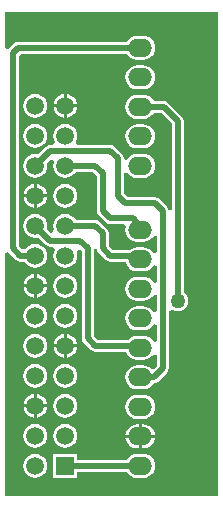
<source format=gtl>
G04 Layer_Physical_Order=1*
G04 Layer_Color=255*
%FSLAX25Y25*%
%MOIN*%
G70*
G01*
G75*
%ADD10C,0.01969*%
%ADD11C,0.05906*%
%ADD12R,0.05906X0.05906*%
%ADD13O,0.08000X0.06000*%
%ADD14C,0.05000*%
G36*
X70866Y0D02*
X0D01*
Y80870D01*
X1000Y81173D01*
X1069Y81069D01*
X3569Y78569D01*
X4226Y78131D01*
X5000Y77977D01*
X6570D01*
X7181Y77181D01*
X8007Y76547D01*
X8968Y76149D01*
X10000Y76013D01*
X11032Y76149D01*
X11993Y76547D01*
X12819Y77181D01*
X13453Y78007D01*
X13851Y78968D01*
X13987Y80000D01*
X13851Y81032D01*
X13453Y81993D01*
X12819Y82819D01*
X11993Y83453D01*
X11032Y83851D01*
X10000Y83987D01*
X8968Y83851D01*
X8007Y83453D01*
X7181Y82819D01*
X6744Y82250D01*
X5661Y82200D01*
X4523Y83338D01*
Y146662D01*
X5208Y147347D01*
X40510D01*
X41147Y146517D01*
X41983Y145876D01*
X42956Y145473D01*
X44000Y145336D01*
X46000D01*
X47044Y145473D01*
X48017Y145876D01*
X48853Y146517D01*
X49494Y147353D01*
X49897Y148326D01*
X50034Y149370D01*
X49897Y150414D01*
X49494Y151387D01*
X48853Y152223D01*
X48017Y152864D01*
X47044Y153267D01*
X46000Y153405D01*
X44000D01*
X42956Y153267D01*
X41983Y152864D01*
X41147Y152223D01*
X40510Y151393D01*
X4370D01*
X3596Y151239D01*
X2939Y150801D01*
X1069Y148931D01*
X1000Y148827D01*
X0Y149130D01*
Y161417D01*
X70866D01*
Y0D01*
D02*
G37*
%LPC*%
G36*
X46000Y143562D02*
X44000D01*
X42956Y143425D01*
X41983Y143022D01*
X41147Y142380D01*
X40506Y141545D01*
X40103Y140572D01*
X39966Y139528D01*
X40103Y138483D01*
X40506Y137510D01*
X41147Y136675D01*
X41983Y136034D01*
X42956Y135631D01*
X44000Y135493D01*
X46000D01*
X47044Y135631D01*
X48017Y136034D01*
X48853Y136675D01*
X49494Y137510D01*
X49897Y138483D01*
X50034Y139528D01*
X49897Y140572D01*
X49494Y141545D01*
X48853Y142380D01*
X48017Y143022D01*
X47044Y143425D01*
X46000Y143562D01*
D02*
G37*
G36*
X20500Y133921D02*
Y130500D01*
X23921D01*
X23851Y131032D01*
X23453Y131993D01*
X22819Y132819D01*
X21993Y133453D01*
X21032Y133851D01*
X20500Y133921D01*
D02*
G37*
G36*
X19500D02*
X18968Y133851D01*
X18007Y133453D01*
X17181Y132819D01*
X16547Y131993D01*
X16149Y131032D01*
X16079Y130500D01*
X19500D01*
Y133921D01*
D02*
G37*
G36*
X23921Y129500D02*
X20500D01*
Y126079D01*
X21032Y126149D01*
X21993Y126547D01*
X22819Y127181D01*
X23453Y128007D01*
X23851Y128968D01*
X23921Y129500D01*
D02*
G37*
G36*
X19500D02*
X16079D01*
X16149Y128968D01*
X16547Y128007D01*
X17181Y127181D01*
X18007Y126547D01*
X18968Y126149D01*
X19500Y126079D01*
Y129500D01*
D02*
G37*
G36*
X10000Y133987D02*
X8968Y133851D01*
X8007Y133453D01*
X7181Y132819D01*
X6547Y131993D01*
X6149Y131032D01*
X6013Y130000D01*
X6149Y128968D01*
X6547Y128007D01*
X7181Y127181D01*
X8007Y126547D01*
X8968Y126149D01*
X10000Y126013D01*
X11032Y126149D01*
X11993Y126547D01*
X12819Y127181D01*
X13453Y128007D01*
X13851Y128968D01*
X13987Y130000D01*
X13851Y131032D01*
X13453Y131993D01*
X12819Y132819D01*
X11993Y133453D01*
X11032Y133851D01*
X10000Y133987D01*
D02*
G37*
G36*
Y123987D02*
X8968Y123851D01*
X8007Y123453D01*
X7181Y122819D01*
X6547Y121993D01*
X6149Y121032D01*
X6013Y120000D01*
X6149Y118968D01*
X6547Y118007D01*
X7181Y117181D01*
X8007Y116547D01*
X8968Y116149D01*
X10000Y116013D01*
X11032Y116149D01*
X11993Y116547D01*
X12819Y117181D01*
X13453Y118007D01*
X13851Y118968D01*
X13987Y120000D01*
X13851Y121032D01*
X13453Y121993D01*
X12819Y122819D01*
X11993Y123453D01*
X11032Y123851D01*
X10000Y123987D01*
D02*
G37*
G36*
X46000Y123877D02*
X44000D01*
X42956Y123740D01*
X41983Y123337D01*
X41147Y122695D01*
X40506Y121860D01*
X40103Y120887D01*
X39966Y119843D01*
X40103Y118798D01*
X40506Y117825D01*
X41147Y116990D01*
X41983Y116349D01*
X42956Y115945D01*
X44000Y115808D01*
X46000D01*
X47044Y115945D01*
X48017Y116349D01*
X48853Y116990D01*
X49494Y117825D01*
X49897Y118798D01*
X50034Y119843D01*
X49897Y120887D01*
X49494Y121860D01*
X48853Y122695D01*
X48017Y123337D01*
X47044Y123740D01*
X46000Y123877D01*
D02*
G37*
G36*
Y133720D02*
X44000D01*
X42956Y133582D01*
X41983Y133179D01*
X41147Y132538D01*
X40506Y131702D01*
X40103Y130729D01*
X39966Y129685D01*
X40103Y128641D01*
X40506Y127668D01*
X41147Y126832D01*
X41983Y126191D01*
X42956Y125788D01*
X44000Y125651D01*
X46000D01*
X47044Y125788D01*
X48017Y126191D01*
X48853Y126832D01*
X49490Y127662D01*
X51977D01*
X55477Y124162D01*
Y95331D01*
X54477Y95232D01*
X54369Y95774D01*
X53931Y96431D01*
X51431Y98931D01*
X50774Y99369D01*
X50000Y99523D01*
X40838D01*
X39523Y100838D01*
Y107743D01*
X40451Y107969D01*
X40523Y107960D01*
X41147Y107147D01*
X41983Y106506D01*
X42956Y106103D01*
X44000Y105965D01*
X46000D01*
X47044Y106103D01*
X48017Y106506D01*
X48853Y107147D01*
X49494Y107983D01*
X49897Y108956D01*
X50034Y110000D01*
X49897Y111044D01*
X49494Y112017D01*
X48853Y112853D01*
X48017Y113494D01*
X47044Y113897D01*
X46000Y114034D01*
X44000D01*
X42956Y113897D01*
X41983Y113494D01*
X41147Y112853D01*
X40523Y112040D01*
X40451Y112031D01*
X39523Y112258D01*
Y112500D01*
X39369Y113274D01*
X38931Y113931D01*
X36431Y116431D01*
X35774Y116869D01*
X35000Y117023D01*
X23959D01*
X23453Y118007D01*
X23851Y118968D01*
X23987Y120000D01*
X23851Y121032D01*
X23453Y121993D01*
X22819Y122819D01*
X21993Y123453D01*
X21032Y123851D01*
X20000Y123987D01*
X18968Y123851D01*
X18007Y123453D01*
X17181Y122819D01*
X16547Y121993D01*
X16149Y121032D01*
X16013Y120000D01*
X16149Y118968D01*
X16547Y118007D01*
X16041Y117023D01*
X15000D01*
X14226Y116869D01*
X13569Y116431D01*
X10995Y113856D01*
X10000Y113987D01*
X8968Y113851D01*
X8007Y113453D01*
X7181Y112819D01*
X6547Y111993D01*
X6149Y111032D01*
X6013Y110000D01*
X6149Y108968D01*
X6547Y108007D01*
X7181Y107181D01*
X8007Y106547D01*
X8968Y106149D01*
X10000Y106013D01*
X11032Y106149D01*
X11993Y106547D01*
X12819Y107181D01*
X13453Y108007D01*
X13851Y108968D01*
X13987Y110000D01*
X13856Y110995D01*
X15230Y112369D01*
X15597Y112311D01*
X16219Y111202D01*
X16149Y111032D01*
X16013Y110000D01*
X16149Y108968D01*
X16547Y108007D01*
X17181Y107181D01*
X18007Y106547D01*
X18968Y106149D01*
X20000Y106013D01*
X21032Y106149D01*
X21993Y106547D01*
X22819Y107181D01*
X23430Y107977D01*
X29162D01*
X30477Y106662D01*
Y95000D01*
X30631Y94226D01*
X31069Y93569D01*
X33569Y91069D01*
X34226Y90631D01*
X35000Y90477D01*
X39436D01*
X40062Y89477D01*
X39966Y88740D01*
X40103Y87696D01*
X40506Y86723D01*
X41147Y85887D01*
X41983Y85246D01*
X42956Y84843D01*
X44000Y84706D01*
X46000D01*
X47044Y84843D01*
X48017Y85246D01*
X48853Y85887D01*
X49477Y86701D01*
X49549Y86709D01*
X50477Y86483D01*
Y81155D01*
X49549Y80928D01*
X49477Y80937D01*
X48853Y81751D01*
X48017Y82392D01*
X47044Y82795D01*
X46000Y82932D01*
X44000D01*
X42956Y82795D01*
X41983Y82392D01*
X41502Y82023D01*
X35838D01*
X34523Y83338D01*
Y87500D01*
X34369Y88274D01*
X33931Y88931D01*
X31431Y91431D01*
X30774Y91869D01*
X30000Y92023D01*
X23430D01*
X22819Y92819D01*
X21993Y93453D01*
X21032Y93851D01*
X20000Y93987D01*
X18968Y93851D01*
X18007Y93453D01*
X17181Y92819D01*
X16547Y91993D01*
X16149Y91032D01*
X16013Y90000D01*
X16149Y88968D01*
X16219Y88798D01*
X15597Y87689D01*
X15230Y87631D01*
X13856Y89005D01*
X13987Y90000D01*
X13851Y91032D01*
X13453Y91993D01*
X12819Y92819D01*
X11993Y93453D01*
X11032Y93851D01*
X10000Y93987D01*
X8968Y93851D01*
X8007Y93453D01*
X7181Y92819D01*
X6547Y91993D01*
X6149Y91032D01*
X6013Y90000D01*
X6149Y88968D01*
X6547Y88007D01*
X7181Y87181D01*
X8007Y86547D01*
X8968Y86149D01*
X10000Y86013D01*
X10995Y86144D01*
X13569Y83569D01*
X14226Y83131D01*
X15000Y82977D01*
X16041D01*
X16547Y81993D01*
X16149Y81032D01*
X16013Y80000D01*
X16149Y78968D01*
X16547Y78007D01*
X17181Y77181D01*
X18007Y76547D01*
X18968Y76149D01*
X20000Y76013D01*
X21032Y76149D01*
X21993Y76547D01*
X22819Y77181D01*
X23453Y78007D01*
X23851Y78968D01*
X23987Y80000D01*
X23851Y81032D01*
X23781Y81202D01*
X24404Y82311D01*
X24770Y82369D01*
X25477Y81662D01*
Y52500D01*
X25631Y51726D01*
X26069Y51069D01*
X28569Y48569D01*
X29226Y48131D01*
X30000Y47977D01*
X40247D01*
X40506Y47353D01*
X41147Y46517D01*
X41983Y45876D01*
X42956Y45473D01*
X44000Y45336D01*
X46000D01*
X47044Y45473D01*
X48017Y45876D01*
X48853Y46517D01*
X49477Y47330D01*
X49549Y47339D01*
X50477Y47113D01*
Y43338D01*
X49478Y42339D01*
X48853Y42380D01*
X48017Y43022D01*
X47044Y43425D01*
X46000Y43562D01*
X44000D01*
X42956Y43425D01*
X41983Y43022D01*
X41147Y42380D01*
X40506Y41545D01*
X40103Y40572D01*
X39966Y39528D01*
X40103Y38483D01*
X40506Y37510D01*
X41147Y36675D01*
X41983Y36034D01*
X42956Y35631D01*
X44000Y35493D01*
X46000D01*
X47044Y35631D01*
X48017Y36034D01*
X48853Y36675D01*
X49490Y37504D01*
X49528D01*
X50302Y37658D01*
X50958Y38097D01*
X53931Y41069D01*
X54369Y41726D01*
X54523Y42500D01*
Y61612D01*
X55523Y62105D01*
X55735Y61943D01*
X56586Y61590D01*
X57500Y61470D01*
X58414Y61590D01*
X59265Y61943D01*
X59996Y62504D01*
X60557Y63235D01*
X60910Y64086D01*
X61030Y65000D01*
X60910Y65914D01*
X60557Y66765D01*
X59996Y67496D01*
X59523Y67859D01*
Y125000D01*
X59369Y125774D01*
X58931Y126431D01*
X54246Y131116D01*
X53589Y131554D01*
X52815Y131708D01*
X49490D01*
X48853Y132538D01*
X48017Y133179D01*
X47044Y133582D01*
X46000Y133720D01*
D02*
G37*
G36*
X10500Y103921D02*
Y100500D01*
X13921D01*
X13851Y101032D01*
X13453Y101993D01*
X12819Y102819D01*
X11993Y103453D01*
X11032Y103851D01*
X10500Y103921D01*
D02*
G37*
G36*
X9500D02*
X8968Y103851D01*
X8007Y103453D01*
X7181Y102819D01*
X6547Y101993D01*
X6149Y101032D01*
X6079Y100500D01*
X9500D01*
Y103921D01*
D02*
G37*
G36*
X13921Y99500D02*
X10500D01*
Y96079D01*
X11032Y96149D01*
X11993Y96547D01*
X12819Y97181D01*
X13453Y98007D01*
X13851Y98968D01*
X13921Y99500D01*
D02*
G37*
G36*
X9500D02*
X6079D01*
X6149Y98968D01*
X6547Y98007D01*
X7181Y97181D01*
X8007Y96547D01*
X8968Y96149D01*
X9500Y96079D01*
Y99500D01*
D02*
G37*
G36*
X20000Y103987D02*
X18968Y103851D01*
X18007Y103453D01*
X17181Y102819D01*
X16547Y101993D01*
X16149Y101032D01*
X16013Y100000D01*
X16149Y98968D01*
X16547Y98007D01*
X17181Y97181D01*
X18007Y96547D01*
X18968Y96149D01*
X20000Y96013D01*
X21032Y96149D01*
X21993Y96547D01*
X22819Y97181D01*
X23453Y98007D01*
X23851Y98968D01*
X23987Y100000D01*
X23851Y101032D01*
X23453Y101993D01*
X22819Y102819D01*
X21993Y103453D01*
X21032Y103851D01*
X20000Y103987D01*
D02*
G37*
G36*
X10500Y73921D02*
Y70500D01*
X13921D01*
X13851Y71032D01*
X13453Y71993D01*
X12819Y72819D01*
X11993Y73453D01*
X11032Y73851D01*
X10500Y73921D01*
D02*
G37*
G36*
X9500D02*
X8968Y73851D01*
X8007Y73453D01*
X7181Y72819D01*
X6547Y71993D01*
X6149Y71032D01*
X6079Y70500D01*
X9500D01*
Y73921D01*
D02*
G37*
G36*
X13921Y69500D02*
X10500D01*
Y66079D01*
X11032Y66149D01*
X11993Y66547D01*
X12819Y67181D01*
X13453Y68007D01*
X13851Y68968D01*
X13921Y69500D01*
D02*
G37*
G36*
X9500D02*
X6079D01*
X6149Y68968D01*
X6547Y68007D01*
X7181Y67181D01*
X8007Y66547D01*
X8968Y66149D01*
X9500Y66079D01*
Y69500D01*
D02*
G37*
G36*
X20000Y73987D02*
X18968Y73851D01*
X18007Y73453D01*
X17181Y72819D01*
X16547Y71993D01*
X16149Y71032D01*
X16013Y70000D01*
X16149Y68968D01*
X16547Y68007D01*
X17181Y67181D01*
X18007Y66547D01*
X18968Y66149D01*
X20000Y66013D01*
X21032Y66149D01*
X21993Y66547D01*
X22819Y67181D01*
X23453Y68007D01*
X23851Y68968D01*
X23987Y70000D01*
X23851Y71032D01*
X23453Y71993D01*
X22819Y72819D01*
X21993Y73453D01*
X21032Y73851D01*
X20000Y73987D01*
D02*
G37*
G36*
Y63987D02*
X18968Y63851D01*
X18007Y63453D01*
X17181Y62819D01*
X16547Y61993D01*
X16149Y61032D01*
X16013Y60000D01*
X16149Y58968D01*
X16547Y58007D01*
X17181Y57181D01*
X18007Y56547D01*
X18968Y56149D01*
X20000Y56013D01*
X21032Y56149D01*
X21993Y56547D01*
X22819Y57181D01*
X23453Y58007D01*
X23851Y58968D01*
X23987Y60000D01*
X23851Y61032D01*
X23453Y61993D01*
X22819Y62819D01*
X21993Y63453D01*
X21032Y63851D01*
X20000Y63987D01*
D02*
G37*
G36*
X10000D02*
X8968Y63851D01*
X8007Y63453D01*
X7181Y62819D01*
X6547Y61993D01*
X6149Y61032D01*
X6013Y60000D01*
X6149Y58968D01*
X6547Y58007D01*
X7181Y57181D01*
X8007Y56547D01*
X8968Y56149D01*
X10000Y56013D01*
X11032Y56149D01*
X11993Y56547D01*
X12819Y57181D01*
X13453Y58007D01*
X13851Y58968D01*
X13987Y60000D01*
X13851Y61032D01*
X13453Y61993D01*
X12819Y62819D01*
X11993Y63453D01*
X11032Y63851D01*
X10000Y63987D01*
D02*
G37*
G36*
X20500Y53921D02*
Y50500D01*
X23921D01*
X23851Y51032D01*
X23453Y51993D01*
X22819Y52819D01*
X21993Y53453D01*
X21032Y53851D01*
X20500Y53921D01*
D02*
G37*
G36*
X19500D02*
X18968Y53851D01*
X18007Y53453D01*
X17181Y52819D01*
X16547Y51993D01*
X16149Y51032D01*
X16079Y50500D01*
X19500D01*
Y53921D01*
D02*
G37*
G36*
X23921Y49500D02*
X20500D01*
Y46079D01*
X21032Y46149D01*
X21993Y46547D01*
X22819Y47181D01*
X23453Y48007D01*
X23851Y48968D01*
X23921Y49500D01*
D02*
G37*
G36*
X19500D02*
X16079D01*
X16149Y48968D01*
X16547Y48007D01*
X17181Y47181D01*
X18007Y46547D01*
X18968Y46149D01*
X19500Y46079D01*
Y49500D01*
D02*
G37*
G36*
X10000Y53987D02*
X8968Y53851D01*
X8007Y53453D01*
X7181Y52819D01*
X6547Y51993D01*
X6149Y51032D01*
X6013Y50000D01*
X6149Y48968D01*
X6547Y48007D01*
X7181Y47181D01*
X8007Y46547D01*
X8968Y46149D01*
X10000Y46013D01*
X11032Y46149D01*
X11993Y46547D01*
X12819Y47181D01*
X13453Y48007D01*
X13851Y48968D01*
X13987Y50000D01*
X13851Y51032D01*
X13453Y51993D01*
X12819Y52819D01*
X11993Y53453D01*
X11032Y53851D01*
X10000Y53987D01*
D02*
G37*
G36*
X20000Y43987D02*
X18968Y43851D01*
X18007Y43453D01*
X17181Y42819D01*
X16547Y41993D01*
X16149Y41032D01*
X16013Y40000D01*
X16149Y38968D01*
X16547Y38007D01*
X17181Y37181D01*
X18007Y36547D01*
X18968Y36149D01*
X20000Y36013D01*
X21032Y36149D01*
X21993Y36547D01*
X22819Y37181D01*
X23453Y38007D01*
X23851Y38968D01*
X23987Y40000D01*
X23851Y41032D01*
X23453Y41993D01*
X22819Y42819D01*
X21993Y43453D01*
X21032Y43851D01*
X20000Y43987D01*
D02*
G37*
G36*
X10000D02*
X8968Y43851D01*
X8007Y43453D01*
X7181Y42819D01*
X6547Y41993D01*
X6149Y41032D01*
X6013Y40000D01*
X6149Y38968D01*
X6547Y38007D01*
X7181Y37181D01*
X8007Y36547D01*
X8968Y36149D01*
X10000Y36013D01*
X11032Y36149D01*
X11993Y36547D01*
X12819Y37181D01*
X13453Y38007D01*
X13851Y38968D01*
X13987Y40000D01*
X13851Y41032D01*
X13453Y41993D01*
X12819Y42819D01*
X11993Y43453D01*
X11032Y43851D01*
X10000Y43987D01*
D02*
G37*
G36*
X10500Y33921D02*
Y30500D01*
X13921D01*
X13851Y31032D01*
X13453Y31993D01*
X12819Y32819D01*
X11993Y33453D01*
X11032Y33851D01*
X10500Y33921D01*
D02*
G37*
G36*
X9500D02*
X8968Y33851D01*
X8007Y33453D01*
X7181Y32819D01*
X6547Y31993D01*
X6149Y31032D01*
X6079Y30500D01*
X9500D01*
Y33921D01*
D02*
G37*
G36*
X13921Y29500D02*
X10500D01*
Y26079D01*
X11032Y26149D01*
X11993Y26547D01*
X12819Y27181D01*
X13453Y28007D01*
X13851Y28968D01*
X13921Y29500D01*
D02*
G37*
G36*
X9500D02*
X6079D01*
X6149Y28968D01*
X6547Y28007D01*
X7181Y27181D01*
X8007Y26547D01*
X8968Y26149D01*
X9500Y26079D01*
Y29500D01*
D02*
G37*
G36*
X20000Y33987D02*
X18968Y33851D01*
X18007Y33453D01*
X17181Y32819D01*
X16547Y31993D01*
X16149Y31032D01*
X16013Y30000D01*
X16149Y28968D01*
X16547Y28007D01*
X17181Y27181D01*
X18007Y26547D01*
X18968Y26149D01*
X20000Y26013D01*
X21032Y26149D01*
X21993Y26547D01*
X22819Y27181D01*
X23453Y28007D01*
X23851Y28968D01*
X23987Y30000D01*
X23851Y31032D01*
X23453Y31993D01*
X22819Y32819D01*
X21993Y33453D01*
X21032Y33851D01*
X20000Y33987D01*
D02*
G37*
G36*
X46000Y33720D02*
X44000D01*
X42956Y33582D01*
X41983Y33179D01*
X41147Y32538D01*
X40506Y31702D01*
X40103Y30729D01*
X39966Y29685D01*
X40103Y28641D01*
X40506Y27668D01*
X41147Y26832D01*
X41983Y26191D01*
X42956Y25788D01*
X44000Y25651D01*
X46000D01*
X47044Y25788D01*
X48017Y26191D01*
X48853Y26832D01*
X49494Y27668D01*
X49897Y28641D01*
X50034Y29685D01*
X49897Y30729D01*
X49494Y31702D01*
X48853Y32538D01*
X48017Y33179D01*
X47044Y33582D01*
X46000Y33720D01*
D02*
G37*
G36*
Y23877D02*
X45500D01*
Y20343D01*
X49969D01*
X49897Y20887D01*
X49494Y21860D01*
X48853Y22695D01*
X48017Y23336D01*
X47044Y23740D01*
X46000Y23877D01*
D02*
G37*
G36*
X44500D02*
X44000D01*
X42956Y23740D01*
X41983Y23336D01*
X41147Y22695D01*
X40506Y21860D01*
X40103Y20887D01*
X40031Y20343D01*
X44500D01*
Y23877D01*
D02*
G37*
G36*
X20000Y23987D02*
X18968Y23851D01*
X18007Y23453D01*
X17181Y22819D01*
X16547Y21993D01*
X16149Y21032D01*
X16013Y20000D01*
X16149Y18968D01*
X16547Y18007D01*
X17181Y17181D01*
X18007Y16547D01*
X18968Y16149D01*
X20000Y16013D01*
X21032Y16149D01*
X21993Y16547D01*
X22819Y17181D01*
X23453Y18007D01*
X23851Y18968D01*
X23987Y20000D01*
X23851Y21032D01*
X23453Y21993D01*
X22819Y22819D01*
X21993Y23453D01*
X21032Y23851D01*
X20000Y23987D01*
D02*
G37*
G36*
X10000D02*
X8968Y23851D01*
X8007Y23453D01*
X7181Y22819D01*
X6547Y21993D01*
X6149Y21032D01*
X6013Y20000D01*
X6149Y18968D01*
X6547Y18007D01*
X7181Y17181D01*
X8007Y16547D01*
X8968Y16149D01*
X10000Y16013D01*
X11032Y16149D01*
X11993Y16547D01*
X12819Y17181D01*
X13453Y18007D01*
X13851Y18968D01*
X13987Y20000D01*
X13851Y21032D01*
X13453Y21993D01*
X12819Y22819D01*
X11993Y23453D01*
X11032Y23851D01*
X10000Y23987D01*
D02*
G37*
G36*
X49969Y19342D02*
X45500D01*
Y15808D01*
X46000D01*
X47044Y15946D01*
X48017Y16349D01*
X48853Y16990D01*
X49494Y17825D01*
X49897Y18798D01*
X49969Y19342D01*
D02*
G37*
G36*
X44500D02*
X40031D01*
X40103Y18798D01*
X40506Y17825D01*
X41147Y16990D01*
X41983Y16349D01*
X42956Y15946D01*
X44000Y15808D01*
X44500D01*
Y19342D01*
D02*
G37*
G36*
X46000Y14035D02*
X44000D01*
X42956Y13897D01*
X41983Y13494D01*
X41147Y12853D01*
X40510Y12023D01*
X23953D01*
Y13953D01*
X16047D01*
Y6047D01*
X23953D01*
Y7977D01*
X40510D01*
X41147Y7147D01*
X41983Y6506D01*
X42956Y6103D01*
X44000Y5965D01*
X46000D01*
X47044Y6103D01*
X48017Y6506D01*
X48853Y7147D01*
X49494Y7983D01*
X49897Y8956D01*
X50034Y10000D01*
X49897Y11044D01*
X49494Y12017D01*
X48853Y12853D01*
X48017Y13494D01*
X47044Y13897D01*
X46000Y14035D01*
D02*
G37*
G36*
X10000Y13987D02*
X8968Y13851D01*
X8007Y13453D01*
X7181Y12819D01*
X6547Y11993D01*
X6149Y11032D01*
X6013Y10000D01*
X6149Y8968D01*
X6547Y8007D01*
X7181Y7181D01*
X8007Y6547D01*
X8968Y6149D01*
X10000Y6013D01*
X11032Y6149D01*
X11993Y6547D01*
X12819Y7181D01*
X13453Y8007D01*
X13851Y8968D01*
X13987Y10000D01*
X13851Y11032D01*
X13453Y11993D01*
X12819Y12819D01*
X11993Y13453D01*
X11032Y13851D01*
X10000Y13987D01*
D02*
G37*
%LPD*%
G36*
X30631Y81726D02*
X31069Y81069D01*
X33569Y78569D01*
X34226Y78131D01*
X35000Y77977D01*
X40087D01*
X40103Y77853D01*
X40506Y76880D01*
X41147Y76045D01*
X41983Y75404D01*
X42956Y75001D01*
X44000Y74863D01*
X46000D01*
X47044Y75001D01*
X48017Y75404D01*
X48853Y76045D01*
X49477Y76858D01*
X49549Y76867D01*
X50477Y76640D01*
Y71313D01*
X49549Y71086D01*
X49477Y71095D01*
X48853Y71908D01*
X48017Y72549D01*
X47044Y72952D01*
X46000Y73090D01*
X44000D01*
X42956Y72952D01*
X41983Y72549D01*
X41147Y71908D01*
X40506Y71072D01*
X40103Y70099D01*
X39966Y69055D01*
X40103Y68011D01*
X40506Y67038D01*
X41147Y66202D01*
X41983Y65561D01*
X42956Y65158D01*
X44000Y65021D01*
X46000D01*
X47044Y65158D01*
X48017Y65561D01*
X48853Y66202D01*
X49477Y67015D01*
X49549Y67024D01*
X50477Y66798D01*
Y61470D01*
X49549Y61243D01*
X49477Y61252D01*
X48853Y62065D01*
X48017Y62707D01*
X47044Y63110D01*
X46000Y63247D01*
X44000D01*
X42956Y63110D01*
X41983Y62707D01*
X41147Y62065D01*
X40506Y61230D01*
X40103Y60257D01*
X39966Y59213D01*
X40103Y58168D01*
X40506Y57195D01*
X41147Y56360D01*
X41983Y55719D01*
X42956Y55316D01*
X44000Y55178D01*
X46000D01*
X47044Y55316D01*
X48017Y55719D01*
X48853Y56360D01*
X49477Y57173D01*
X49549Y57182D01*
X50477Y56955D01*
Y51628D01*
X49549Y51401D01*
X49477Y51410D01*
X48853Y52223D01*
X48017Y52864D01*
X47044Y53267D01*
X46000Y53405D01*
X44000D01*
X42956Y53267D01*
X41983Y52864D01*
X41147Y52223D01*
X40994Y52023D01*
X30838D01*
X29523Y53338D01*
Y82169D01*
X30523Y82267D01*
X30631Y81726D01*
D02*
G37*
D10*
X20000Y10000D02*
X45000D01*
X20000Y90000D02*
X30000D01*
X32500Y87500D01*
X43898Y80000D02*
X45000Y78898D01*
X32500Y82500D02*
Y87500D01*
Y82500D02*
X35000Y80000D01*
X43898D01*
X20000Y110000D02*
X30000D01*
X32500Y107500D01*
Y95000D02*
Y107500D01*
Y95000D02*
X35000Y92500D01*
X42500D01*
X45000Y90000D01*
Y88740D02*
Y90000D01*
X30000Y50000D02*
X44370D01*
X27500Y52500D02*
X30000Y50000D01*
X27500Y52500D02*
Y82500D01*
X25000Y85000D02*
X27500Y82500D01*
X15000Y85000D02*
X25000D01*
X10000Y90000D02*
X15000Y85000D01*
X45000Y39528D02*
X49528D01*
X52500Y42500D01*
Y95000D01*
X50000Y97500D02*
X52500Y95000D01*
X40000Y97500D02*
X50000D01*
X37500Y100000D02*
X40000Y97500D01*
X37500Y100000D02*
Y112500D01*
X35000Y115000D02*
X37500Y112500D01*
X15000Y115000D02*
X35000D01*
X10000Y110000D02*
X15000Y115000D01*
X57500Y65000D02*
Y125000D01*
X45000Y129685D02*
X52815D01*
X57500Y125000D01*
X4370Y149370D02*
X45000D01*
X2500Y147500D02*
X4370Y149370D01*
X2500Y82500D02*
Y147500D01*
Y82500D02*
X5000Y80000D01*
X10000D01*
D11*
Y130000D02*
D03*
X20000D02*
D03*
X10000Y120000D02*
D03*
X20000D02*
D03*
X10000Y110000D02*
D03*
X20000D02*
D03*
X10000Y100000D02*
D03*
X20000D02*
D03*
X10000Y90000D02*
D03*
X20000D02*
D03*
X10000Y80000D02*
D03*
X20000D02*
D03*
X10000Y70000D02*
D03*
X20000D02*
D03*
X10000Y60000D02*
D03*
X20000D02*
D03*
X10000Y50000D02*
D03*
X20000D02*
D03*
X10000Y40000D02*
D03*
X20000D02*
D03*
X10000Y30000D02*
D03*
X20000D02*
D03*
X10000Y20000D02*
D03*
X20000D02*
D03*
X10000Y10000D02*
D03*
D12*
X20000D02*
D03*
D13*
X45000Y149370D02*
D03*
Y139528D02*
D03*
Y129685D02*
D03*
Y119843D02*
D03*
Y110000D02*
D03*
Y88740D02*
D03*
Y78898D02*
D03*
Y69055D02*
D03*
Y59213D02*
D03*
Y10000D02*
D03*
Y19842D02*
D03*
Y29685D02*
D03*
Y39528D02*
D03*
Y49370D02*
D03*
D14*
X57500Y65000D02*
D03*
M02*

</source>
